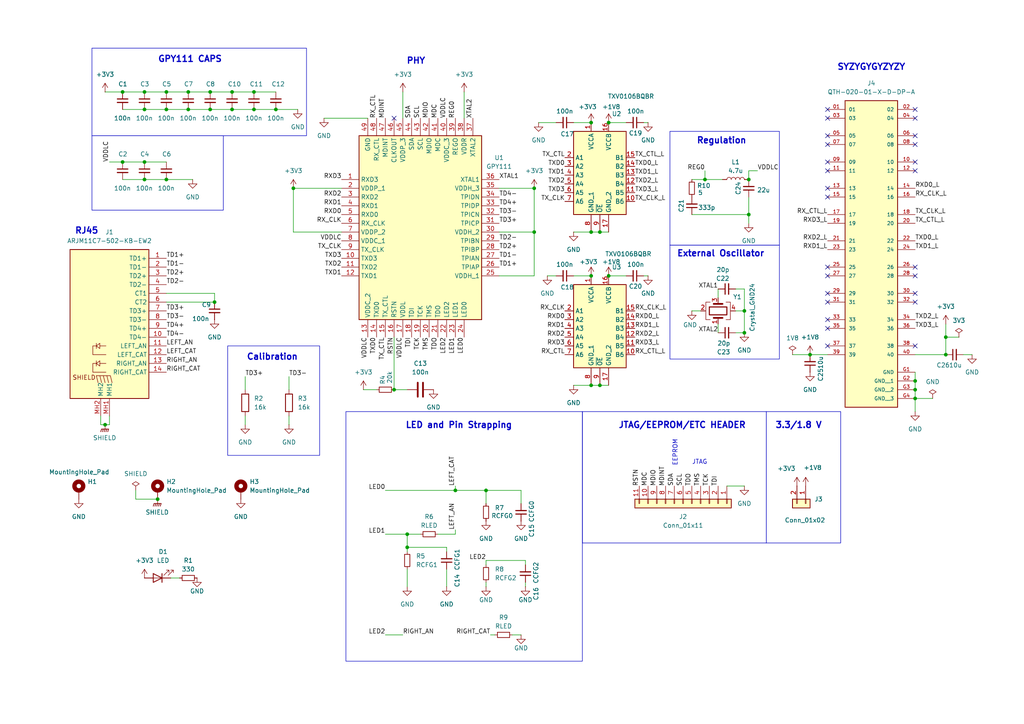
<source format=kicad_sch>
(kicad_sch (version 20231120) (generator "eeschema") (generator_version "8.0")
  (paper "A4")
  (junction (at 265.43 110.49))
  (junction (at 132.08 142.24))
  (junction (at 173.99 111.76))
  (junction (at 215.9 96.52))
  (junction (at 171.45 67.31))
  (junction (at 176.53 80.01))
  (junction (at 140.97 142.24))
  (junction (at 80.01 31.75))
  (junction (at 73.66 31.75))
  (junction (at 45.72 144.78))
  (junction (at 274.32 102.87))
  (junction (at 54.61 26.67))
  (junction (at 54.61 31.75))
  (junction (at 173.99 67.31))
  (junction (at 62.23 87.63))
  (junction (at 217.17 52.07))
  (junction (at 30.48 123.19))
  (junction (at 234.95 102.87))
  (junction (at 171.45 111.76))
  (junction (at 204.47 52.07))
  (junction (at 265.43 113.03))
  (junction (at 60.96 26.67))
  (junction (at 265.43 115.57))
  (junction (at 118.11 158.75))
  (junction (at 67.31 31.75))
  (junction (at 35.56 26.67))
  (junction (at 48.26 26.67))
  (junction (at 274.32 97.79))
  (junction (at 154.94 54.61))
  (junction (at 171.45 35.56))
  (junction (at 41.91 26.67))
  (junction (at 215.9 90.17))
  (junction (at 41.91 46.99))
  (junction (at 48.26 31.75))
  (junction (at 176.53 35.56))
  (junction (at 60.96 31.75))
  (junction (at 41.91 31.75))
  (junction (at 217.17 62.23))
  (junction (at 154.94 67.31))
  (junction (at 85.09 54.61))
  (junction (at 67.31 26.67))
  (junction (at 171.45 80.01))
  (junction (at 73.66 26.67))
  (junction (at 114.3 113.03))
  (junction (at 35.56 46.99))
  (junction (at 48.26 52.07))
  (junction (at 118.11 154.94))
  (junction (at 41.91 52.07))
  (no_connect (at 265.43 77.47))
  (no_connect (at 240.03 49.53))
  (no_connect (at 265.43 100.33))
  (no_connect (at 240.03 87.63))
  (no_connect (at 240.03 80.01))
  (no_connect (at 265.43 85.09))
  (no_connect (at 265.43 49.53))
  (no_connect (at 240.03 41.91))
  (no_connect (at 265.43 80.01))
  (no_connect (at 240.03 95.25))
  (no_connect (at 240.03 39.37))
  (no_connect (at 240.03 34.29))
  (no_connect (at 265.43 39.37))
  (no_connect (at 240.03 46.99))
  (no_connect (at 114.3 34.29))
  (no_connect (at 265.43 31.75))
  (no_connect (at 240.03 57.15))
  (no_connect (at 265.43 34.29))
  (no_connect (at 265.43 46.99))
  (no_connect (at 265.43 41.91))
  (no_connect (at 240.03 92.71))
  (no_connect (at 240.03 85.09))
  (no_connect (at 240.03 77.47))
  (no_connect (at 265.43 87.63))
  (no_connect (at 240.03 31.75))
  (no_connect (at 240.03 100.33))
  (no_connect (at 240.03 54.61))
  (wire (pts (xy 166.37 35.56) (xy 171.45 35.56)))
  (wire (pts (xy 118.11 165.1) (xy 118.11 170.18)))
  (wire (pts (xy 48.26 87.63) (xy 62.23 87.63)))
  (wire (pts (xy 73.66 26.67) (xy 80.01 26.67)))
  (wire (pts (xy 41.91 31.75) (xy 48.26 31.75)))
  (wire (pts (xy 118.11 154.94) (xy 121.92 154.94)))
  (wire (pts (xy 134.62 26.67) (xy 134.62 34.29)))
  (wire (pts (xy 204.47 49.53) (xy 204.47 52.07)))
  (wire (pts (xy 176.53 35.56) (xy 181.61 35.56)))
  (wire (pts (xy 171.45 111.76) (xy 173.99 111.76)))
  (wire (pts (xy 274.32 97.79) (xy 274.32 102.87)))
  (wire (pts (xy 71.12 109.22) (xy 71.12 113.03)))
  (wire (pts (xy 229.87 102.87) (xy 234.95 102.87)))
  (wire (pts (xy 31.75 120.65) (xy 31.75 123.19)))
  (wire (pts (xy 217.17 57.15) (xy 217.17 62.23)))
  (wire (pts (xy 48.26 31.75) (xy 54.61 31.75)))
  (wire (pts (xy 208.28 96.52) (xy 208.28 93.98)))
  (wire (pts (xy 151.13 142.24) (xy 151.13 146.05)))
  (wire (pts (xy 200.66 90.17) (xy 203.2 90.17)))
  (wire (pts (xy 62.23 85.09) (xy 62.23 87.63)))
  (wire (pts (xy 274.32 93.98) (xy 274.32 97.79)))
  (wire (pts (xy 35.56 52.07) (xy 41.91 52.07)))
  (wire (pts (xy 67.31 26.67) (xy 73.66 26.67)))
  (wire (pts (xy 127 154.94) (xy 132.08 154.94)))
  (wire (pts (xy 30.48 26.67) (xy 35.56 26.67)))
  (wire (pts (xy 54.61 26.67) (xy 60.96 26.67)))
  (wire (pts (xy 132.08 142.24) (xy 140.97 142.24)))
  (wire (pts (xy 132.08 154.94) (xy 132.08 153.67)))
  (wire (pts (xy 173.99 111.76) (xy 176.53 111.76)))
  (wire (pts (xy 156.21 35.56) (xy 161.29 35.56)))
  (wire (pts (xy 144.78 54.61) (xy 154.94 54.61)))
  (wire (pts (xy 213.36 96.52) (xy 215.9 96.52)))
  (wire (pts (xy 35.56 31.75) (xy 41.91 31.75)))
  (wire (pts (xy 154.94 80.01) (xy 154.94 67.31)))
  (wire (pts (xy 99.06 67.31) (xy 85.09 67.31)))
  (wire (pts (xy 41.91 46.99) (xy 48.26 46.99)))
  (wire (pts (xy 83.82 120.65) (xy 83.82 123.19)))
  (wire (pts (xy 140.97 162.56) (xy 152.4 162.56)))
  (wire (pts (xy 274.32 97.79) (xy 278.13 97.79)))
  (wire (pts (xy 140.97 162.56) (xy 140.97 163.83)))
  (wire (pts (xy 73.66 31.75) (xy 80.01 31.75)))
  (wire (pts (xy 39.37 144.78) (xy 45.72 144.78)))
  (wire (pts (xy 186.69 80.01) (xy 187.96 80.01)))
  (wire (pts (xy 41.91 26.67) (xy 48.26 26.67)))
  (wire (pts (xy 41.91 52.07) (xy 48.26 52.07)))
  (wire (pts (xy 142.24 184.15) (xy 143.51 184.15)))
  (wire (pts (xy 114.3 113.03) (xy 118.11 113.03)))
  (wire (pts (xy 49.53 167.64) (xy 52.07 167.64)))
  (wire (pts (xy 60.96 31.75) (xy 67.31 31.75)))
  (wire (pts (xy 31.75 46.99) (xy 35.56 46.99)))
  (wire (pts (xy 234.95 102.87) (xy 240.03 102.87)))
  (wire (pts (xy 148.59 184.15) (xy 151.13 184.15)))
  (wire (pts (xy 265.43 102.87) (xy 274.32 102.87)))
  (wire (pts (xy 140.97 168.91) (xy 140.97 170.18)))
  (wire (pts (xy 200.66 52.07) (xy 204.47 52.07)))
  (wire (pts (xy 30.48 123.19) (xy 31.75 123.19)))
  (wire (pts (xy 265.43 113.03) (xy 265.43 115.57)))
  (wire (pts (xy 48.26 85.09) (xy 62.23 85.09)))
  (wire (pts (xy 118.11 158.75) (xy 118.11 160.02)))
  (wire (pts (xy 111.76 142.24) (xy 132.08 142.24)))
  (wire (pts (xy 186.69 35.56) (xy 187.96 35.56)))
  (wire (pts (xy 48.26 52.07) (xy 55.88 52.07)))
  (wire (pts (xy 129.54 158.75) (xy 129.54 160.02)))
  (wire (pts (xy 166.37 80.01) (xy 171.45 80.01)))
  (wire (pts (xy 215.9 90.17) (xy 215.9 96.52)))
  (wire (pts (xy 279.4 102.87) (xy 281.94 102.87)))
  (wire (pts (xy 80.01 31.75) (xy 86.36 31.75)))
  (wire (pts (xy 144.78 80.01) (xy 154.94 80.01)))
  (wire (pts (xy 85.09 67.31) (xy 85.09 54.61)))
  (wire (pts (xy 265.43 115.57) (xy 265.43 119.38)))
  (wire (pts (xy 105.41 113.03) (xy 109.22 113.03)))
  (wire (pts (xy 166.37 111.76) (xy 171.45 111.76)))
  (wire (pts (xy 171.45 67.31) (xy 173.99 67.31)))
  (wire (pts (xy 60.96 26.67) (xy 67.31 26.67)))
  (wire (pts (xy 29.21 120.65) (xy 29.21 123.19)))
  (wire (pts (xy 144.78 67.31) (xy 154.94 67.31)))
  (wire (pts (xy 217.17 62.23) (xy 217.17 64.77)))
  (wire (pts (xy 213.36 90.17) (xy 215.9 90.17)))
  (wire (pts (xy 152.4 168.91) (xy 152.4 170.18)))
  (wire (pts (xy 132.08 142.24) (xy 132.08 140.97)))
  (wire (pts (xy 204.47 52.07) (xy 209.55 52.07)))
  (wire (pts (xy 215.9 83.82) (xy 215.9 90.17)))
  (wire (pts (xy 114.3 97.79) (xy 114.3 113.03)))
  (wire (pts (xy 129.54 165.1) (xy 129.54 170.18)))
  (wire (pts (xy 140.97 142.24) (xy 140.97 146.05)))
  (wire (pts (xy 67.31 31.75) (xy 73.66 31.75)))
  (wire (pts (xy 118.11 158.75) (xy 129.54 158.75)))
  (wire (pts (xy 200.66 62.23) (xy 217.17 62.23)))
  (wire (pts (xy 213.36 83.82) (xy 215.9 83.82)))
  (wire (pts (xy 217.17 49.53) (xy 217.17 52.07)))
  (wire (pts (xy 265.43 107.95) (xy 265.43 110.49)))
  (wire (pts (xy 48.26 26.67) (xy 54.61 26.67)))
  (wire (pts (xy 83.82 109.22) (xy 83.82 113.03)))
  (wire (pts (xy 152.4 162.56) (xy 152.4 163.83)))
  (wire (pts (xy 111.76 154.94) (xy 118.11 154.94)))
  (wire (pts (xy 154.94 67.31) (xy 154.94 54.61)))
  (wire (pts (xy 176.53 80.01) (xy 181.61 80.01)))
  (wire (pts (xy 265.43 110.49) (xy 265.43 113.03)))
  (wire (pts (xy 54.61 31.75) (xy 60.96 31.75)))
  (wire (pts (xy 158.75 80.01) (xy 161.29 80.01)))
  (wire (pts (xy 265.43 115.57) (xy 270.51 115.57)))
  (wire (pts (xy 39.37 142.24) (xy 39.37 144.78)))
  (wire (pts (xy 85.09 54.61) (xy 99.06 54.61)))
  (wire (pts (xy 29.21 123.19) (xy 30.48 123.19)))
  (wire (pts (xy 93.98 34.29) (xy 106.68 34.29)))
  (wire (pts (xy 208.28 86.36) (xy 208.28 83.82)))
  (wire (pts (xy 35.56 46.99) (xy 41.91 46.99)))
  (wire (pts (xy 35.56 26.67) (xy 41.91 26.67)))
  (wire (pts (xy 219.71 49.53) (xy 217.17 49.53)))
  (wire (pts (xy 173.99 67.31) (xy 176.53 67.31)))
  (wire (pts (xy 71.12 120.65) (xy 71.12 123.19)))
  (wire (pts (xy 116.84 34.29) (xy 116.84 26.67)))
  (wire (pts (xy 118.11 154.94) (xy 118.11 158.75)))
  (wire (pts (xy 111.76 184.15) (xy 116.84 184.15)))
  (wire (pts (xy 166.37 67.31) (xy 171.45 67.31)))
  (wire (pts (xy 210.82 140.97) (xy 215.9 140.97)))
  (wire (pts (xy 140.97 142.24) (xy 151.13 142.24)))
  (rectangle (start 168.91 119.38) (end 222.25 157.48))
  (rectangle (start 26.67 39.37) (end 64.77 60.96))
  (rectangle (start 194.31 38.1) (end 226.06 71.12))
  (rectangle (start 100.33 119.38) (end 168.91 191.77))
  (rectangle (start 222.25 119.38) (end 243.84 157.48))
  (rectangle (start 194.31 71.12) (end 226.06 104.14))
  (rectangle (start 66.04 100.33) (end 92.71 132.08))
  (rectangle (start 26.67 13.97) (end 88.9 39.37))
  (text "JTAG/EEPROM/ETC HEADER" (at 197.866 123.444 0) (effects (font (size 1.778 1.778) (thickness 0.3556) (bold yes))))
  (text "PHY" (at 120.65 17.78 0) (effects (font (size 1.778 1.778) (thickness 0.3556) (bold yes))))
  (text "GPY111 CAPS" (at 55.118 17.272 0) (effects (font (size 1.778 1.778) (thickness 0.3556) (bold yes))))
  (text "LED and Pin Strapping\n" (at 133.096 123.444 0) (effects (font (size 1.778 1.778) (thickness 0.3556) (bold yes))))
  (text "RJ45" (at 25.146 67.056 0) (effects (font (size 1.778 1.778) (thickness 0.3556) (bold yes))))
  (text "EEPROM\n" (at 195.834 131.318 90) (effects (font (size 1.27 1.27))))
  (text "Regulation" (at 209.296 40.894 0) (effects (font (size 1.778 1.778) (thickness 0.3556) (bold yes))))
  (text "Calibration" (at 78.994 103.632 0) (effects (font (size 1.778 1.778) (thickness 0.3556) (bold yes))))
  (text "SYZYGYGYZYZY" (at 252.73 19.558 0) (effects (font (size 1.778 1.778) (thickness 0.3556) (bold yes))))
  (text "3.3/1.8 V" (at 231.648 123.444 0) (effects (font (size 1.778 1.778) (thickness 0.3556) (bold yes))))
  (text "JTAG" (at 202.946 134.112 0) (effects (font (size 1.27 1.27))))
  (text "External Oscillator" (at 209.042 73.66 0) (effects (font (size 1.778 1.778) (thickness 0.3556) (bold yes))))
  (label "TXD1" (at 99.06 80.01 180))
  (label "TCK" (at 205.74 140.97 90))
  (label "LEFT_AN" (at 48.26 100.33 0))
  (label "TDO" (at 127 97.79 270))
  (label "RXD3_L" (at 184.15 100.33 0))
  (label "SCL" (at 121.92 34.29 90))
  (label "RX_CLK" (at 163.83 90.17 180))
  (label "VDDLC" (at 129.54 34.29 90))
  (label "TD3+" (at 48.26 90.17 0))
  (label "TX_CLK_L" (at 184.15 58.42 0))
  (label "RX_CLK" (at 99.06 64.77 180))
  (label "XTAL1" (at 144.78 52.07 0))
  (label "TXD2" (at 99.06 77.47 180))
  (label "TXD1_L" (at 265.43 72.39 0))
  (label "VDDLC" (at 99.06 69.85 180))
  (label "TX_CLK" (at 163.83 58.42 180))
  (label "RIGHT_CAT" (at 48.26 107.95 0))
  (label "LED2" (at 140.97 162.56 180))
  (label "RIGHT_AN" (at 116.84 184.15 0))
  (label "TD4-" (at 48.26 97.79 0))
  (label "XTAL2" (at 137.16 34.29 90))
  (label "TD2-" (at 144.78 69.85 0))
  (label "RSTN" (at 185.42 140.97 90))
  (label "TXD0" (at 109.22 97.79 270))
  (label "RXD3" (at 99.06 52.07 180))
  (label "TXD2_L" (at 184.15 53.34 0))
  (label "LED1" (at 132.08 97.79 270))
  (label "TD1+" (at 144.78 77.47 0))
  (label "TD4+" (at 144.78 59.69 0))
  (label "MDC" (at 127 34.29 90))
  (label "SCL" (at 198.12 140.97 90))
  (label "TD1-" (at 144.78 74.93 0))
  (label "RSTN" (at 114.3 97.79 270))
  (label "VDDLC" (at 106.68 97.79 270))
  (label "RXD0" (at 99.06 62.23 180))
  (label "RXD0_L" (at 265.43 54.61 0))
  (label "XTAL1" (at 208.28 83.82 180))
  (label "LEFT_CAT" (at 132.08 140.97 90))
  (label "LED0" (at 111.76 142.24 180))
  (label "TX_CTL_L" (at 184.15 45.72 0))
  (label "RXD1" (at 163.83 95.25 180))
  (label "TX_CLK_L" (at 265.43 62.23 0))
  (label "LED2" (at 111.76 184.15 180))
  (label "MDIO" (at 124.46 34.29 90))
  (label "XTAL2" (at 208.28 96.52 180))
  (label "TXD1_L" (at 184.15 50.8 0))
  (label "SDA" (at 119.38 34.29 90))
  (label "RXD2" (at 163.83 97.79 180))
  (label "RXD2_L" (at 240.03 69.85 180))
  (label "TXD1" (at 163.83 50.8 180))
  (label "LEFT_CAT" (at 48.26 102.87 0))
  (label "RX_CTL_L" (at 184.15 102.87 0))
  (label "TCK" (at 121.92 97.79 270))
  (label "TX_CTL_L" (at 265.43 64.77 0))
  (label "TD2+" (at 144.78 72.39 0))
  (label "TX_CTL" (at 163.83 45.72 180))
  (label "TXD0_L" (at 184.15 48.26 0))
  (label "REG0" (at 132.08 34.29 90))
  (label "TXD3" (at 99.06 74.93 180))
  (label "MDINT" (at 111.76 34.29 90))
  (label "MDIO" (at 190.5 140.97 90))
  (label "TD3-" (at 48.26 92.71 0))
  (label "TD3-" (at 144.78 62.23 0))
  (label "RXD1" (at 99.06 59.69 180))
  (label "TD1-" (at 48.26 77.47 0))
  (label "TX_CTL" (at 111.76 97.79 270))
  (label "TMS" (at 124.46 97.79 270))
  (label "MDC" (at 187.96 140.97 90))
  (label "TDI" (at 119.38 97.79 270))
  (label "MDINT" (at 193.04 140.97 90))
  (label "RXD2_L" (at 184.15 97.79 0))
  (label "TD1+" (at 48.26 74.93 0))
  (label "RXD0" (at 163.83 92.71 180))
  (label "TDI" (at 208.28 140.97 90))
  (label "TXD2_L" (at 265.43 92.71 0))
  (label "SDA" (at 195.58 140.97 90))
  (label "TXD0_L" (at 265.43 69.85 0))
  (label "RXD0_L" (at 184.15 92.71 0))
  (label "RXD3" (at 163.83 100.33 180))
  (label "LED1" (at 111.76 154.94 180))
  (label "RX_CTL_L" (at 240.03 62.23 180))
  (label "LEFT_AN" (at 132.08 153.67 90))
  (label "TD4-" (at 144.78 57.15 0))
  (label "RXD3_L" (at 240.03 64.77 180))
  (label "REG0" (at 204.47 49.53 180))
  (label "TXD3_L" (at 265.43 95.25 0))
  (label "TXD0" (at 163.83 48.26 180))
  (label "TD2-" (at 48.26 82.55 0))
  (label "TXD3" (at 163.83 55.88 180))
  (label "TD2+" (at 48.26 80.01 0))
  (label "TD3+" (at 71.12 109.22 0))
  (label "TD3-" (at 83.82 109.22 0))
  (label "TMS" (at 203.2 140.97 90))
  (label "RX_CTL" (at 109.22 34.29 90))
  (label "RXD2" (at 99.06 57.15 180))
  (label "TX_CLK" (at 99.06 72.39 180))
  (label "VDDLC" (at 116.84 97.79 270))
  (label "TD3+" (at 144.78 64.77 0))
  (label "RXD1_L" (at 240.03 72.39 180))
  (label "RX_CLK_L" (at 184.15 90.17 0))
  (label "TXD2" (at 163.83 53.34 180))
  (label "VDDLC" (at 31.75 46.99 90))
  (label "LED2" (at 129.54 97.79 270))
  (label "TD4+" (at 48.26 95.25 0))
  (label "TXD3_L" (at 184.15 55.88 0))
  (label "VDDLC" (at 219.71 49.53 0))
  (label "TDO" (at 200.66 140.97 90))
  (label "RXD1_L" (at 184.15 95.25 0))
  (label "RX_CLK_L" (at 265.43 57.15 0))
  (label "RX_CTL" (at 163.83 102.87 180))
  (label "RIGHT_CAT" (at 142.24 184.15 180))
  (label "RIGHT_AN" (at 48.26 105.41 0))
  (label "LED0" (at 134.62 97.79 270))
  (symbol (lib_id "TXV0106BQBR:TXV0106BQBR") (at 161.29 90.17 0) (unit 1)
    (property "Reference" "U3" (at 177.4541 77.47 0) (effects (justify left)))
    (property "Value" "TXV0106BQBR" (at 175.514 73.66 0) (effects (justify left)))
    (property "Footprint" "TXV0106BQBR" (effects (hide yes)))
    (property "Datasheet" "https://www.ti.com/lit/ds/symlink/txv0106.pdf?ts=1710334541958&ref_url=https%253A%252F%252Fwww.ti.com%252Fproduct%252FTXV0106%253FkeyMatch%253DTXV" (effects (hide yes)))
    (property "Description" "Voltage Level Translator Unidirectional 1 Circuit 6 Channel 500Mbps 16-WQFN (2.5x3.5)" (effects (hide yes)))
    (property "Height" "0.8" (effects (hide yes)))
    (property "Mouser Part Number" "595-TXV0106BQBR" (effects (hide yes)))
    (property "Mouser Price/Stock" "https://www.mouser.co.uk/ProductDetail/Texas-Instruments/TXV0106BQBR?qs=mELouGlnn3c1YOKCKwursg%3D%3D" (effects (hide yes)))
    (property "Manufacturer_Name" "Texas Instruments" (effects (hide yes)))
    (property "Manufacturer_Part_Number" "TXV0106BQBR" (effects (hide yes)))
  )
  (symbol (lib_name "TXV0106BQBR_1") (lib_id "TXV0106BQBR:TXV0106BQBR") (at 161.29 45.72 0) (unit 1)
    (property "Reference" "U2" (at 177.4541 33.02 0) (effects (justify left)))
    (property "Value" "TXV0106BQBR" (at 176.276 27.94 0) (effects (justify left)))
    (property "Footprint" "TXV0106BQBR" (effects (hide yes)))
    (property "Datasheet" "https://www.ti.com/lit/ds/symlink/txv0106.pdf?ts=1710334541958&ref_url=https%253A%252F%252Fwww.ti.com%252Fproduct%252FTXV0106%253FkeyMatch%253DTXV" (effects (hide yes)))
    (property "Description" "Voltage Level Translator Unidirectional 1 Circuit 6 Channel 500Mbps 16-WQFN (2.5x3.5)" (effects (hide yes)))
    (property "Height" "0.8" (effects (hide yes)))
    (property "Mouser Part Number" "595-TXV0106BQBR" (effects (hide yes)))
    (property "Mouser Price/Stock" "https://www.mouser.co.uk/ProductDetail/Texas-Instruments/TXV0106BQBR?qs=mELouGlnn3c1YOKCKwursg%3D%3D" (effects (hide yes)))
    (property "Manufacturer_Name" "Texas Instruments" (effects (hide yes)))
    (property "Manufacturer_Part_Number" "TXV0106BQBR" (effects (hide yes)))
  )
  (symbol (lib_id "Device:R_Small") (at 111.76 113.03 90) (unit 1)
    (property "Reference" "R4" (at 110.998 111.506 0) (effects (justify left)))
    (property "Value" "20k" (at 113.03 111.252 0) (effects (justify left)))
    (property "Footprint" "Resistor_SMD:R_0805_2012Metric_Pad1.20x1.40mm_HandSolder" (effects (hide yes)))
    (property "Description" "Resistor, small symbol" (effects (hide yes)))
  )
  (symbol (lib_id "power:GND") (at 187.96 80.01 0) (unit 1)
    (property "Reference" "#PWR036" (effects (hide yes)))
    (property "Value" "GND" (at 187.96 85.09 0))
    (property "Description" "Power symbol creates a global label with name \"GND\" , ground" (effects (hide yes)))
  )
  (symbol (lib_id "Device:C_Small") (at 210.82 96.52 90) (unit 1)
    (property "Reference" "C23" (at 211.836 102.108 90) (effects (justify left)))
    (property "Value" "20p" (at 211.836 99.568 90) (effects (justify left)))
    (property "Footprint" "Capacitor_SMD:C_0805_2012Metric_Pad1.18x1.45mm_HandSolder" (effects (hide yes)))
    (property "Description" "Unpolarized capacitor, small symbol" (effects (hide yes)))
  )
  (symbol (lib_id "power:PWR_FLAG") (at 270.51 115.57 0) (unit 1)
    (property "Reference" "#FLG03" (effects (hide yes)))
    (property "Value" "GND" (at 270.51 110.744 0))
    (property "Description" "Special symbol for telling ERC where power comes from" (effects (hide yes)))
  )
  (symbol (lib_id "Mechanical:MountingHole_Pad") (at 69.85 142.24 0) (unit 1) (exclude_from_sim yes) (in_bom no)
    (property "Reference" "H3" (at 72.39 139.6999 0) (effects (justify left)))
    (property "Value" "MountingHole_Pad" (at 72.39 142.2399 0) (effects (justify left)))
    (property "Footprint" "MountingHole:MountingHole_2.7mm_M2.5_Pad" (effects (hide yes)))
    (property "Description" "Mounting Hole with connection" (effects (hide yes)))
  )
  (symbol (lib_id "power:GND") (at 86.36 31.75 0) (unit 1)
    (property "Reference" "#PWR013" (effects (hide yes)))
    (property "Value" "GND" (at 86.36 36.83 0))
    (property "Description" "Power symbol creates a global label with name \"GND\" , ground" (effects (hide yes)))
  )
  (symbol (lib_id "power:GND") (at 125.73 113.03 0) (unit 1)
    (property "Reference" "#PWR018" (effects (hide yes)))
    (property "Value" "GND" (at 125.73 118.11 0))
    (property "Description" "Power symbol creates a global label with name \"GND\" , ground" (effects (hide yes)))
  )
  (symbol (lib_id "power:+3V3") (at 116.84 26.67 0) (unit 1)
    (property "Reference" "#PWR016" (effects (hide yes)))
    (property "Value" "+3V3" (at 116.84 21.59 0))
    (property "Description" "Power symbol creates a global label with name \"+3V3\"" (effects (hide yes)))
  )
  (symbol (lib_id "Device:C_Small") (at 200.66 59.69 180) (unit 1)
    (property "Reference" "C21" (at 197.612 59.69 90))
    (property "Value" "333p" (at 204.978 60.198 0))
    (property "Footprint" "Capacitor_SMD:C_0805_2012Metric_Pad1.18x1.45mm_HandSolder" (effects (hide yes)))
    (property "Description" "Unpolarized capacitor, small symbol" (effects (hide yes)))
  )
  (symbol (lib_id "power:GND") (at 140.97 151.13 0) (unit 1)
    (property "Reference" "#PWR021" (effects (hide yes)))
    (property "Value" "GND" (at 140.97 156.21 0))
    (property "Description" "Power symbol creates a global label with name \"GND\" , ground" (effects (hide yes)))
  )
  (symbol (lib_id "Device:C_Small") (at 48.26 49.53 0) (unit 1)
    (property "Reference" "C6" (at 46.99 44.704 0) (effects (justify left)))
    (property "Value" "100n" (at 45.72 54.61 0) (effects (justify left)))
    (property "Footprint" "Capacitor_SMD:C_0805_2012Metric_Pad1.18x1.45mm_HandSolder" (effects (hide yes)))
    (property "Description" "Unpolarized capacitor, small symbol" (effects (hide yes)))
  )
  (symbol (lib_id "Device:C_Small") (at 41.91 49.53 0) (unit 1)
    (property "Reference" "C4" (at 40.64 44.704 0) (effects (justify left)))
    (property "Value" "100n" (at 39.37 54.61 0) (effects (justify left)))
    (property "Footprint" "Capacitor_SMD:C_0805_2012Metric_Pad1.18x1.45mm_HandSolder" (effects (hide yes)))
    (property "Description" "Unpolarized capacitor, small symbol" (effects (hide yes)))
  )
  (symbol (lib_id "Device:R") (at 71.12 116.84 0) (unit 1)
    (property "Reference" "R2" (at 73.66 115.5699 0) (effects (justify left)))
    (property "Value" "16k" (at 73.66 118.1099 0) (effects (justify left)))
    (property "Footprint" "Resistor_SMD:R_0805_2012Metric_Pad1.20x1.40mm_HandSolder" (effects (hide yes)))
    (property "Description" "Resistor" (effects (hide yes)))
  )
  (symbol (lib_id "power:GND") (at 22.86 144.78 0) (unit 1)
    (property "Reference" "#PWR01" (effects (hide yes)))
    (property "Value" "GND" (at 22.86 149.86 0))
    (property "Description" "Power symbol creates a global label with name \"GND\" , ground" (effects (hide yes)))
  )
  (symbol (lib_id "Device:C_Small") (at 234.95 105.41 180) (unit 1)
    (property "Reference" "C25" (at 237.998 108.712 90))
    (property "Value" "10u" (at 237.998 105.156 90))
    (property "Footprint" "Capacitor_SMD:C_0805_2012Metric_Pad1.18x1.45mm_HandSolder" (effects (hide yes)))
    (property "Description" "Unpolarized capacitor, small symbol" (effects (hide yes)))
  )
  (symbol (lib_id "Device:C_Small") (at 48.26 29.21 0) (unit 1)
    (property "Reference" "C5" (at 46.99 24.384 0) (effects (justify left)))
    (property "Value" "100n" (at 45.72 34.29 0) (effects (justify left)))
    (property "Footprint" "Capacitor_SMD:C_0805_2012Metric_Pad1.18x1.45mm_HandSolder" (effects (hide yes)))
    (property "Description" "Unpolarized capacitor, small symbol" (effects (hide yes)))
  )
  (symbol (lib_id "power:GND") (at 215.9 140.97 0) (unit 1)
    (property "Reference" "#PWR039" (effects (hide yes)))
    (property "Value" "GND" (at 215.9 146.05 0))
    (property "Description" "Power symbol creates a global label with name \"GND\" , ground" (effects (hide yes)))
  )
  (symbol (lib_id "power:+3V3") (at 105.41 113.03 0) (unit 1)
    (property "Reference" "#PWR015" (effects (hide yes)))
    (property "Value" "+3V3" (at 105.41 107.95 0))
    (property "Description" "Power symbol creates a global label with name \"+3V3\"" (effects (hide yes)))
  )
  (symbol (lib_id "power:GNDPWR") (at 45.72 144.78 0) (unit 1)
    (property "Reference" "#PWR05" (effects (hide yes)))
    (property "Value" "SHIELD" (at 45.593 148.59 0))
    (property "Description" "Power symbol creates a global label with name \"GNDPWR\" , global ground" (effects (hide yes)))
  )
  (symbol (lib_id "power:GND") (at 151.13 184.15 0) (unit 1)
    (property "Reference" "#PWR024" (effects (hide yes)))
    (property "Value" "GND" (at 151.13 187.96 0))
    (property "Description" "Power symbol creates a global label with name \"GND\" , ground" (effects (hide yes)))
  )
  (symbol (lib_id "power:GND") (at 93.98 34.29 0) (unit 1)
    (property "Reference" "#PWR014" (effects (hide yes)))
    (property "Value" "GND" (at 93.98 39.37 0))
    (property "Description" "Power symbol creates a global label with name \"GND\" , ground" (effects (hide yes)))
  )
  (symbol (lib_id "Device:C_Small") (at 35.56 49.53 0) (unit 1)
    (property "Reference" "C2" (at 34.29 44.704 0) (effects (justify left)))
    (property "Value" "100n" (at 33.02 54.61 0) (effects (justify left)))
    (property "Footprint" "Capacitor_SMD:C_0805_2012Metric_Pad1.18x1.45mm_HandSolder" (effects (hide yes)))
    (property "Description" "Unpolarized capacitor, small symbol" (effects (hide yes)))
  )
  (symbol (lib_id "Device:R_Small") (at 200.66 54.61 0) (unit 1)
    (property "Reference" "R10" (at 202.184 53.848 0) (effects (justify left)))
    (property "Value" "5" (at 202.438 55.88 0) (effects (justify left)))
    (property "Footprint" "Resistor_SMD:R_0805_2012Metric_Pad1.20x1.40mm_HandSolder" (effects (hide yes)))
    (property "Description" "Resistor, small symbol" (effects (hide yes)))
  )
  (symbol (lib_id "Device:C_Small") (at 184.15 35.56 270) (unit 1)
    (property "Reference" "C19" (at 182.372 38.608 90) (effects (justify left)))
    (property "Value" "100n" (at 181.864 32.258 90) (effects (justify left)))
    (property "Footprint" "Capacitor_SMD:C_0805_2012Metric_Pad1.18x1.45mm_HandSolder" (effects (hide yes)))
    (property "Description" "Unpolarized capacitor, small symbol" (effects (hide yes)))
  )
  (symbol (lib_id "power:+3V3") (at 85.09 54.61 0) (unit 1)
    (property "Reference" "#PWR012" (effects (hide yes)))
    (property "Value" "+3V3" (at 85.09 49.53 0))
    (property "Description" "Power symbol creates a global label with name \"+3V3\"" (effects (hide yes)))
  )
  (symbol (lib_id "power:+3V3") (at 171.45 35.56 0) (unit 1)
    (property "Reference" "#PWR031" (effects (hide yes)))
    (property "Value" "+3V3" (at 170.434 30.988 0))
    (property "Description" "Power symbol creates a global label with name \"+3V3\"" (effects (hide yes)))
  )
  (symbol (lib_id "power:GND") (at 215.9 96.52 0) (unit 1)
    (property "Reference" "#PWR038" (effects (hide yes)))
    (property "Value" "GND" (at 215.9 101.6 0))
    (property "Description" "Power symbol creates a global label with name \"GND\" , ground" (effects (hide yes)))
  )
  (symbol (lib_id "Device:R_Small") (at 140.97 166.37 180) (unit 1)
    (property "Reference" "R8" (at 143.51 165.0999 0) (effects (justify right)))
    (property "Value" "RCFG2" (at 143.51 167.6399 0) (effects (justify right)))
    (property "Footprint" "Resistor_SMD:R_0805_2012Metric_Pad1.20x1.40mm_HandSolder" (effects (hide yes)))
    (property "Description" "Resistor, small symbol" (effects (hide yes)))
  )
  (symbol (lib_id "Device:R_Small") (at 124.46 154.94 90) (unit 1)
    (property "Reference" "R6" (at 124.46 149.86 90))
    (property "Value" "RLED" (at 124.46 152.4 90))
    (property "Footprint" "Resistor_SMD:R_0805_2012Metric_Pad1.20x1.40mm_HandSolder" (effects (hide yes)))
    (property "Description" "Resistor, small symbol" (effects (hide yes)))
  )
  (symbol (lib_id "power:PWR_FLAG") (at 278.13 97.79 0) (unit 1)
    (property "Reference" "#FLG04" (effects (hide yes)))
    (property "Value" "3V3" (at 278.13 92.964 0))
    (property "Description" "Special symbol for telling ERC where power comes from" (effects (hide yes)))
  )
  (symbol (lib_id "power:GND") (at 55.88 52.07 0) (unit 1)
    (property "Reference" "#PWR06" (effects (hide yes)))
    (property "Value" "GND" (at 55.88 57.15 0))
    (property "Description" "Power symbol creates a global label with name \"GND\" , ground" (effects (hide yes)))
  )
  (symbol (lib_id "Device:C_Small") (at 210.82 83.82 90) (unit 1)
    (property "Reference" "C22" (at 211.582 80.772 90) (effects (justify left)))
    (property "Value" "20p" (at 211.582 78.232 90) (effects (justify left)))
    (property "Footprint" "Capacitor_SMD:C_0805_2012Metric_Pad1.18x1.45mm_HandSolder" (effects (hide yes)))
    (property "Description" "Unpolarized capacitor, small symbol" (effects (hide yes)))
  )
  (symbol (lib_id "Device:C_Small") (at 163.83 35.56 270) (unit 1)
    (property "Reference" "C17" (at 162.56 38.862 90) (effects (justify left)))
    (property "Value" "100n" (at 161.29 32.258 90) (effects (justify left)))
    (property "Footprint" "Capacitor_SMD:C_0805_2012Metric_Pad1.18x1.45mm_HandSolder" (effects (hide yes)))
    (property "Description" "Unpolarized capacitor, small symbol" (effects (hide yes)))
  )
  (symbol (lib_id "power:GND") (at 71.12 123.19 0) (unit 1)
    (property "Reference" "#PWR010" (effects (hide yes)))
    (property "Value" "GND" (at 71.12 128.27 0))
    (property "Description" "Power symbol creates a global label with name \"GND\" , ground" (effects (hide yes)))
  )
  (symbol (lib_id "QTH-020-01-X-D-DP-A:QTH-020-01-X-D-DP-A") (at 252.73 69.85 0) (unit 1)
    (property "Reference" "J4" (at 252.73 24.13 0))
    (property "Value" "QTH-020-01-X-D-DP-A" (at 252.73 26.67 0))
    (property "Footprint" "local:SAMTEC_QTH-020-01-X-D-DP-A" (effects (hide yes)))
    (property "PARTREV" "L" (effects (hide yes)))
    (property "STANDARD" "Manufacturer Recommendations" (effects (hide yes)))
    (property "MAXIMUM_PACKAGE_HEIGHT" "4.347mm" (effects (hide yes)))
    (property "MANUFACTURER" "Samtec" (effects (hide yes)))
  )
  (symbol (lib_id "power:+1V8") (at 234.95 102.87 0) (unit 1)
    (property "Reference" "#PWR043" (effects (hide yes)))
    (property "Value" "+1V8" (at 234.95 97.79 0))
    (property "Description" "Power symbol creates a global label with name \"+1V8\"" (effects (hide yes)))
  )
  (symbol (lib_id "Device:R") (at 83.82 116.84 0) (unit 1)
    (property "Reference" "R3" (at 86.36 115.5699 0) (effects (justify left)))
    (property "Value" "16k" (at 86.36 118.1099 0) (effects (justify left)))
    (property "Footprint" "Resistor_SMD:R_0805_2012Metric_Pad1.20x1.40mm_HandSolder" (effects (hide yes)))
    (property "Description" "Resistor" (effects (hide yes)))
  )
  (symbol (lib_id "power:GND") (at 166.37 111.76 0) (unit 1)
    (property "Reference" "#PWR030" (effects (hide yes)))
    (property "Value" "GND" (at 166.37 116.84 0))
    (property "Description" "Power symbol creates a global label with name \"GND\" , ground" (effects (hide yes)))
  )
  (symbol (lib_id "Device:C_Small") (at 151.13 148.59 180) (unit 1)
    (property "Reference" "C15" (at 154.178 153.924 90))
    (property "Value" "CCFG0" (at 154.178 148.336 90))
    (property "Footprint" "Capacitor_SMD:C_0805_2012Metric_Pad1.18x1.45mm_HandSolder" (effects (hide yes)))
    (property "Description" "Unpolarized capacitor, small symbol" (effects (hide yes)))
  )
  (symbol (lib_id "Device:C_Small") (at 67.31 29.21 0) (unit 1)
    (property "Reference" "C10" (at 66.04 24.384 0) (effects (justify left)))
    (property "Value" "100n" (at 64.77 34.29 0) (effects (justify left)))
    (property "Footprint" "Capacitor_SMD:C_0805_2012Metric_Pad1.18x1.45mm_HandSolder" (effects (hide yes)))
    (property "Description" "Unpolarized capacitor, small symbol" (effects (hide yes)))
  )
  (symbol (lib_id "Device:C_Small") (at 41.91 29.21 0) (unit 1)
    (property "Reference" "C3" (at 40.64 24.384 0) (effects (justify left)))
    (property "Value" "100n" (at 39.37 34.29 0) (effects (justify left)))
    (property "Footprint" "Capacitor_SMD:C_0805_2012Metric_Pad1.18x1.45mm_HandSolder" (effects (hide yes)))
    (property "Description" "Unpolarized capacitor, small symbol" (effects (hide yes)))
  )
  (symbol (lib_id "Mechanical:MountingHole_Pad") (at 22.86 142.24 0) (unit 1) (exclude_from_sim yes) (in_bom no)
    (property "Reference" "H1" (at 25.4 139.6999 0) (effects (justify left)))
    (property "Value" "MountingHole_Pad" (at 14.224 136.906 0) (effects (justify left)))
    (property "Footprint" "MountingHole:MountingHole_2.7mm_M2.5_Pad" (effects (hide yes)))
    (property "Description" "Mounting Hole with connection" (effects (hide yes)))
  )
  (symbol (lib_id "Device:C_Small") (at 54.61 29.21 0) (unit 1)
    (property "Reference" "C7" (at 53.34 24.384 0) (effects (justify left)))
    (property "Value" "100n" (at 52.07 34.29 0) (effects (justify left)))
    (property "Footprint" "Capacitor_SMD:C_0805_2012Metric_Pad1.18x1.45mm_HandSolder" (effects (hide yes)))
    (property "Description" "Unpolarized capacitor, small symbol" (effects (hide yes)))
  )
  (symbol (lib_id "Device:L") (at 213.36 52.07 90) (unit 1)
    (property "Reference" "L1" (at 213.36 46.99 90))
    (property "Value" "4.7u" (at 213.36 49.53 90))
    (property "Footprint" "local:Inductor 0806 (2016 metric)" (effects (hide yes)))
    (property "Datasheet" "https://www.mouser.com/datasheet/2/396/wound10_e-1396630.pdf" (effects (hide yes)))
    (property "Description" "Inductor" (effects (hide yes)))
    (property "Part" "MAKK2016T4R7M" (effects (hide yes)))
  )
  (symbol (lib_id "Device:LED") (at 45.72 167.64 180) (unit 1)
    (property "Reference" "D1" (at 47.3075 160.02 0))
    (property "Value" "LED" (at 47.3075 162.56 0))
    (property "Footprint" "LED_SMD:LED_0805_2012Metric" (effects (hide yes)))
    (property "Description" "Light emitting diode" (effects (hide yes)))
  )
  (symbol (lib_id "Device:C_Small") (at 62.23 90.17 0) (mirror y) (unit 1)
    (property "Reference" "C9" (at 61.214 88.392 0) (effects (justify left)))
    (property "Value" "100n" (at 60.706 92.456 0) (effects (justify left)))
    (property "Footprint" "Capacitor_SMD:C_0805_2012Metric_Pad1.18x1.45mm_HandSolder" (effects (hide yes)))
    (property "Description" "Unpolarized capacitor, small symbol" (effects (hide yes)))
  )
  (symbol (lib_id "power:+1V8") (at 176.53 35.56 0) (unit 1)
    (property "Reference" "#PWR033" (effects (hide yes)))
    (property "Value" "+1V8" (at 177.292 30.988 0))
    (property "Description" "Power symbol creates a global label with name \"+1V8\"" (effects (hide yes)))
  )
  (symbol (lib_id "power:+1V8") (at 233.68 140.97 0) (unit 1)
    (property "Reference" "#PWR042" (effects (hide yes)))
    (property "Value" "+1V8" (at 235.712 135.636 0))
    (property "Description" "Power symbol creates a global label with name \"+1V8\"" (effects (hide yes)))
  )
  (symbol (lib_id "power:+3V3") (at 274.32 93.98 0) (unit 1)
    (property "Reference" "#PWR046" (effects (hide yes)))
    (property "Value" "+3V3" (at 274.32 88.9 0))
    (property "Description" "Power symbol creates a global label with name \"+3V3\"" (effects (hide yes)))
  )
  (symbol (lib_id "power:GND") (at 156.21 35.56 0) (unit 1)
    (property "Reference" "#PWR027" (effects (hide yes)))
    (property "Value" "GND" (at 156.21 40.64 0))
    (property "Description" "Power symbol creates a global label with name \"GND\" , ground" (effects (hide yes)))
  )
  (symbol (lib_id "power:PWR_FLAG") (at 229.87 102.87 0) (unit 1)
    (property "Reference" "#FLG02" (effects (hide yes)))
    (property "Value" "1V8" (at 229.87 98.044 0))
    (property "Description" "Special symbol for telling ERC where power comes from" (effects (hide yes)))
  )
  (symbol (lib_id "Device:C_Small") (at 73.66 29.21 0) (unit 1)
    (property "Reference" "C11" (at 72.39 24.384 0) (effects (justify left)))
    (property "Value" "100n" (at 71.12 34.29 0) (effects (justify left)))
    (property "Footprint" "Capacitor_SMD:C_0805_2012Metric_Pad1.18x1.45mm_HandSolder" (effects (hide yes)))
    (property "Description" "Unpolarized capacitor, small symbol" (effects (hide yes)))
  )
  (symbol (lib_id "Connector_Generic:Conn_01x11") (at 198.12 146.05 270) (unit 1)
    (property "Reference" "J2" (at 198.12 149.86 90))
    (property "Value" "Conn_01x11" (at 198.12 152.4 90))
    (property "Footprint" "Connector_PinSocket_2.54mm:PinSocket_1x11_P2.54mm_Vertical" (effects (hide yes)))
    (property "Description" "Generic connector, single row, 01x11, script generated (kicad-library-utils/schlib/autogen/connector/)" (effects (hide yes)))
  )
  (symbol (lib_id "Device:R_Small") (at 146.05 184.15 90) (unit 1)
    (property "Reference" "R9" (at 146.05 179.07 90))
    (property "Value" "RLED" (at 146.05 181.61 90))
    (property "Footprint" "Resistor_SMD:R_0805_2012Metric_Pad1.20x1.40mm_HandSolder" (effects (hide yes)))
    (property "Description" "Resistor, small symbol" (effects (hide yes)))
  )
  (symbol (lib_id "power:PWR_FLAG") (at 39.37 142.24 0) (unit 1)
    (property "Reference" "#FLG01" (effects (hide yes)))
    (property "Value" "SHIELD" (at 39.37 137.414 0))
    (property "Description" "Special symbol for telling ERC where power comes from" (effects (hide yes)))
  )
  (symbol (lib_id "ARJM11C7-xxx-AB-EW2:ARJM11C7-502-KB-EW2") (at 48.26 74.93 0) (mirror y) (unit 1)
    (property "Reference" "J1" (at 31.75 67.31 0))
    (property "Value" "ARJM11C7-502-KB-EW2" (at 31.75 69.85 0))
    (property "Footprint" "local:ARJM11C7502KBEW2" (effects (hide yes)))
    (property "Datasheet" "https://www.mouser.com/datasheet/2/3/ARJM11-1775072.pdf" (effects (hide yes)))
    (property "Description" "Conn RJ-45 F 8 POS 1.27mm Solder RA Thru-Hole 12 Terminal 1 Port Tray" (effects (hide yes)))
    (property "Height" "15.3" (effects (hide yes)))
    (property "Mouser Part Number" "815-RJM11C7502KBEW2 " (effects (hide yes)))
    (property "Manufacturer_Name" "ABRACON" (effects (hide yes)))
    (property "Manufacturer_Part_Number" "ARJM11C7-502-KB-EW2 " (effects (hide yes)))
    (property "App Note" "https://ww1.microchip.com/downloads/en/Appnotes/VPPD-01740.pdf" (effects (hide yes)))
    (property "Ref 2" "https://electronics.stackexchange.com/questions/637179/what-to-connect-to-center-taps-of-ethernet-magnetics/637184#637184" (effects (hide yes)))
  )
  (symbol (lib_id "power:GND") (at 57.15 167.64 0) (unit 1)
    (property "Reference" "#PWR07" (effects (hide yes)))
    (property "Value" "GND" (at 57.15 171.45 0))
    (property "Description" "Power symbol creates a global label with name \"GND\" , ground" (effects (hide yes)))
  )
  (symbol (lib_id "Device:C_Small") (at 80.01 29.21 0) (unit 1)
    (property "Reference" "C12" (at 78.74 24.384 0) (effects (justify left)))
    (property "Value" "100n" (at 77.47 34.29 0) (effects (justify left)))
    (property "Footprint" "Capacitor_SMD:C_0805_2012Metric_Pad1.18x1.45mm_HandSolder" (effects (hide yes)))
    (property "Description" "Unpolarized capacitor, small symbol" (effects (hide yes)))
  )
  (symbol (lib_id "power:GND") (at 151.13 151.13 0) (unit 1)
    (property "Reference" "#PWR023" (effects (hide yes)))
    (property "Value" "GND" (at 151.13 156.21 0))
    (property "Description" "Power symbol creates a global label with name \"GND\" , ground" (effects (hide yes)))
  )
  (symbol (lib_id "power:GND") (at 217.17 64.77 0) (unit 1)
    (property "Reference" "#PWR040" (effects (hide yes)))
    (property "Value" "GND" (at 217.17 69.85 0))
    (property "Description" "Power symbol creates a global label with name \"GND\" , ground" (effects (hide yes)))
  )
  (symbol (lib_id "Mechanical:MountingHole_Pad") (at 45.72 142.24 0) (unit 1) (exclude_from_sim yes) (in_bom no)
    (property "Reference" "H2" (at 48.26 139.6999 0) (effects (justify left)))
    (property "Value" "MountingHole_Pad" (at 48.26 142.2399 0) (effects (justify left)))
    (property "Footprint" "MountingHole:MountingHole_2.7mm_M2.5_Pad" (effects (hide yes)))
    (property "Description" "Mounting Hole with connection" (effects (hide yes)))
  )
  (symbol (lib_id "power:+3V3") (at 134.62 26.67 0) (unit 1)
    (property "Reference" "#PWR020" (effects (hide yes)))
    (property "Value" "+3V3" (at 134.62 21.59 0))
    (property "Description" "Power symbol creates a global label with name \"+3V3\"" (effects (hide yes)))
  )
  (symbol (lib_id "Device:C_Small") (at 129.54 162.56 180) (unit 1)
    (property "Reference" "C14" (at 132.588 168.402 90))
    (property "Value" "CCFG1" (at 132.588 162.306 90))
    (property "Footprint" "Capacitor_SMD:C_0805_2012Metric_Pad1.18x1.45mm_HandSolder" (effects (hide yes)))
    (property "Description" "Unpolarized capacitor, small symbol" (effects (hide yes)))
  )
  (symbol (lib_id "Device:C_Small") (at 163.83 80.01 270) (unit 1)
    (property "Reference" "C18" (at 162.56 83.312 90) (effects (justify left)))
    (property "Value" "100n" (at 161.29 76.708 90) (effects (justify left)))
    (property "Footprint" "Capacitor_SMD:C_0805_2012Metric_Pad1.18x1.45mm_HandSolder" (effects (hide yes)))
    (property "Description" "Unpolarized capacitor, small symbol" (effects (hide yes)))
  )
  (symbol (lib_id "power:GNDPWR") (at 30.48 123.19 0) (unit 1)
    (property "Reference" "#PWR03" (effects (hide yes)))
    (property "Value" "SHIELD" (at 30.353 127 0))
    (property "Description" "Power symbol creates a global label with name \"GNDPWR\" , global ground" (effects (hide yes)))
  )
  (symbol (lib_id "Connector_Generic:Conn_01x02") (at 233.68 146.05 270) (unit 1)
    (property "Reference" "J3" (at 236.22 144.7799 90) (effects (justify left)))
    (property "Value" "Conn_01x02" (at 227.584 150.876 90) (effects (justify left)))
    (property "Footprint" "Connector_PinHeader_2.54mm:PinHeader_1x02_P2.54mm_Vertical" (effects (hide yes)))
    (property "Description" "Generic connector, single row, 01x02, script generated (kicad-library-utils/schlib/autogen/connector/)" (effects (hide yes)))
  )
  (symbol (lib_id "Device:C_Small") (at 60.96 29.21 0) (unit 1)
    (property "Reference" "C8" (at 59.69 24.384 0) (effects (justify left)))
    (property "Value" "100n" (at 58.42 34.29 0) (effects (justify left)))
    (property "Footprint" "Capacitor_SMD:C_0805_2012Metric_Pad1.18x1.45mm_HandSolder" (effects (hide yes)))
    (property "Description" "Unpolarized capacitor, small symbol" (effects (hide yes)))
  )
  (symbol (lib_id "power:GND") (at 158.75 80.01 0) (unit 1)
    (property "Reference" "#PWR028" (effects (hide yes)))
    (property "Value" "GND" (at 158.75 85.09 0))
    (property "Description" "Power symbol creates a global label with name \"GND\" , ground" (effects (hide yes)))
  )
  (symbol (lib_id "power:GND") (at 234.95 107.95 0) (unit 1)
    (property "Reference" "#PWR044" (effects (hide yes)))
    (property "Value" "GND" (at 234.95 113.03 0))
    (property "Description" "Power symbol creates a global label with name \"GND\" , ground" (effects (hide yes)))
  )
  (symbol (lib_id "power:GND") (at 118.11 170.18 0) (unit 1)
    (property "Reference" "#PWR017" (effects (hide yes)))
    (property "Value" "GND" (at 118.11 175.26 0))
    (property "Description" "Power symbol creates a global label with name \"GND\" , ground" (effects (hide yes)))
  )
  (symbol (lib_id "power:GND") (at 140.97 170.18 0) (unit 1)
    (property "Reference" "#PWR022" (effects (hide yes)))
    (property "Value" "GND" (at 140.97 173.99 0))
    (property "Description" "Power symbol creates a global label with name \"GND\" , ground" (effects (hide yes)))
  )
  (symbol (lib_id "power:+3V3") (at 41.91 167.64 0) (unit 1)
    (property "Reference" "#PWR04" (effects (hide yes)))
    (property "Value" "+3V3" (at 41.91 162.56 0))
    (property "Description" "Power symbol creates a global label with name \"+3V3\"" (effects (hide yes)))
  )
  (symbol (lib_id "Device:R_Small") (at 140.97 148.59 180) (unit 1)
    (property "Reference" "R7" (at 143.51 147.3199 0) (effects (justify right)))
    (property "Value" "RCFG0" (at 142.494 149.606 0) (effects (justify right)))
    (property "Footprint" "Resistor_SMD:R_0805_2012Metric_Pad1.20x1.40mm_HandSolder" (effects (hide yes)))
    (property "Description" "Resistor, small symbol" (effects (hide yes)))
  )
  (symbol (lib_id "Device:C_Small") (at 276.86 102.87 90) (unit 1)
    (property "Reference" "C26" (at 273.558 105.918 90))
    (property "Value" "10u" (at 277.114 105.918 90))
    (property "Footprint" "Capacitor_SMD:C_0805_2012Metric_Pad1.18x1.45mm_HandSolder" (effects (hide yes)))
    (property "Description" "Unpolarized capacitor, small symbol" (effects (hide yes)))
  )
  (symbol (lib_id "power:GND") (at 265.43 119.38 0) (unit 1)
    (property "Reference" "#PWR045" (effects (hide yes)))
    (property "Value" "GND" (at 265.43 124.46 0))
    (property "Description" "Power symbol creates a global label with name \"GND\" , ground" (effects (hide yes)))
  )
  (symbol (lib_id "Device:C_Small") (at 184.15 80.01 270) (unit 1)
    (property "Reference" "C20" (at 182.372 83.058 90) (effects (justify left)))
    (property "Value" "100n" (at 181.864 76.708 90) (effects (justify left)))
    (property "Footprint" "Capacitor_SMD:C_0805_2012Metric_Pad1.18x1.45mm_HandSolder" (effects (hide yes)))
    (property "Description" "Unpolarized capacitor, small symbol" (effects (hide yes)))
  )
  (symbol (lib_id "power:GND") (at 200.66 90.17 0) (unit 1)
    (property "Reference" "#PWR037" (effects (hide yes)))
    (property "Value" "GND" (at 200.152 94.234 0))
    (property "Description" "Power symbol creates a global label with name \"GND\" , ground" (effects (hide yes)))
  )
  (symbol (lib_id "power:GND") (at 187.96 35.56 0) (unit 1)
    (property "Reference" "#PWR035" (effects (hide yes)))
    (property "Value" "GND" (at 187.96 40.64 0))
    (property "Description" "Power symbol creates a global label with name \"GND\" , ground" (effects (hide yes)))
  )
  (symbol (lib_id "power:+1V8") (at 176.53 80.01 0) (unit 1)
    (property "Reference" "#PWR034" (effects (hide yes)))
    (property "Value" "+1V8" (at 177.292 75.946 0))
    (property "Description" "Power symbol creates a global label with name \"+1V8\"" (effects (hide yes)))
  )
  (symbol (lib_id "power:GND") (at 152.4 170.18 0) (unit 1)
    (property "Reference" "#PWR025" (effects (hide yes)))
    (property "Value" "GND" (at 152.4 173.99 0))
    (property "Description" "Power symbol creates a global label with name \"GND\" , ground" (effects (hide yes)))
  )
  (symbol (lib_id "power:+3V3") (at 154.94 54.61 0) (unit 1)
    (property "Reference" "#PWR026" (effects (hide yes)))
    (property "Value" "+3V3" (at 154.94 49.53 0))
    (property "Description" "Power symbol creates a global label with name \"+3V3\"" (effects (hide yes)))
  )
  (symbol (lib_id "power:GND") (at 83.82 123.19 0) (unit 1)
    (property "Reference" "#PWR011" (effects (hide yes)))
    (property "Value" "GND" (at 83.82 128.27 0))
    (property "Description" "Power symbol creates a global label with name \"GND\" , ground" (effects (hide yes)))
  )
  (symbol (lib_id "power:GND") (at 129.54 170.18 0) (unit 1)
    (property "Reference" "#PWR019" (effects (hide yes)))
    (property "Value" "GND" (at 129.54 175.26 0))
    (property "Description" "Power symbol creates a global label with name \"GND\" , ground" (effects (hide yes)))
  )
  (symbol (lib_id "power:+3V3") (at 30.48 26.67 0) (unit 1)
    (property "Reference" "#PWR02" (effects (hide yes)))
    (property "Value" "+3V3" (at 30.48 21.59 0))
    (property "Description" "Power symbol creates a global label with name \"+3V3\"" (effects (hide yes)))
  )
  (symbol (lib_id "power:+3V3") (at 231.14 140.97 0) (unit 1)
    (property "Reference" "#PWR041" (effects (hide yes)))
    (property "Value" "+3V3" (at 228.092 135.89 0))
    (property "Description" "Power symbol creates a global label with name \"+3V3\"" (effects (hide yes)))
  )
  (symbol (lib_id "GPY111:GPY111") (at 99.06 52.07 0) (unit 1)
    (property "Reference" "U1" (at 144.78 45.7514 0))
    (property "Value" "GPY111" (at 144.78 48.2914 0))
    (property "Footprint" "local:QFN50P700X700X90-49N-D" (effects (hide yes)))
    (property "Datasheet" "https://www.maxlinear.com/ds/618152_gpy111_pef7071vv16_hd_rev1.5.pdf" (effects (hide yes)))
    (property "Description" "Ethernet ICs PEF7071VV16 PHY IC 1000BASE-X 400mW" (effects (hide yes)))
    (property "Height" "0.9" (effects (hide yes)))
    (property "Mouser Part Number" "701-GPY111" (effects (hide yes)))
    (property "Mouser Price/Stock" "https://www.mouser.co.uk/ProductDetail/MaxLinear/GPY111?qs=DRkmTr78QAS61OMQ%2FuuMhw%3D%3D" (effects (hide yes)))
    (property "Manufacturer_Name" "MaxLinear, Inc." (effects (hide yes)))
    (property "Manufacturer_Part_Number" "GPY111" (effects (hide yes)))
  )
  (symbol (lib_id "Device:R_Small") (at 54.61 167.64 90) (unit 1)
    (property "Reference" "R1" (at 54.61 162.56 90))
    (property "Value" "330" (at 54.61 165.1 90))
    (property "Footprint" "Resistor_SMD:R_0805_2012Metric_Pad1.20x1.40mm_HandSolder" (effects (hide yes)))
    (property "Description" "Resistor, small symbol" (effects (hide yes)))
  )
  (symbol (lib_id "Device:C_Small") (at 217.17 54.61 180) (unit 1)
    (property "Reference" "C24" (at 214.122 54.61 90))
    (property "Value" "22u" (at 221.488 55.118 0))
    (property "Footprint" "Capacitor_SMD:C_0805_2012Metric_Pad1.18x1.45mm_HandSolder" (effects (hide yes)))
    (property "Description" "Unpolarized capacitor, small symbol" (effects (hide yes)))
  )
  (symbol (lib_id "Device:C_Small") (at 35.56 29.21 0) (unit 1)
    (property "Reference" "C1" (at 34.29 24.384 0) (effects (justify left)))
    (property "Value" "100n" (at 33.02 34.29 0) (effects (justify left)))
    (property "Footprint" "Capacitor_SMD:C_0805_2012Metric_Pad1.18x1.45mm_HandSolder" (effects (hide yes)))
    (property "Description" "Unpolarized capacitor, small symbol" (effects (hide yes)))
  )
  (symbol (lib_id "Device:C") (at 121.92 113.03 270) (unit 1)
    (property "Reference" "C13" (at 121.92 105.41 90))
    (property "Value" "100n" (at 121.92 107.95 90))
    (property "Footprint" "Capacitor_SMD:C_0805_2012Metric_Pad1.18x1.45mm_HandSolder" (effects (hide yes)))
    (property "Description" "Unpolarized capacitor" (effects (hide yes)))
  )
  (symbol (lib_id "power:GND") (at 69.85 144.78 0) (unit 1)
    (property "Reference" "#PWR09" (effects (hide yes)))
    (property "Value" "GND" (at 69.85 149.86 0))
    (property "Description" "Power symbol creates a global label with name \"GND\" , ground" (effects (hide yes)))
  )
  (symbol (lib_id "power:GND") (at 62.23 92.71 0) (unit 1)
    (property "Reference" "#PWR08" (effects (hide yes)))
    (property "Value" "GND" (at 62.23 97.79 0))
    (property "Description" "Power symbol creates a global label with name \"GND\" , ground" (effects (hide yes)))
  )
  (symbol (lib_id "power:GND") (at 166.37 67.31 0) (unit 1)
    (property "Reference" "#PWR029" (effects (hide yes)))
    (property "Value" "GND" (at 166.37 72.39 0))
    (property "Description" "Power symbol creates a global label with name \"GND\" , ground" (effects (hide yes)))
  )
  (symbol (lib_id "power:+3V3") (at 171.45 80.01 0) (unit 1)
    (property "Reference" "#PWR032" (effects (hide yes)))
    (property "Value" "+3V3" (at 170.688 75.946 0))
    (property "Description" "Power symbol creates a global label with name \"+3V3\"" (effects (hide yes)))
  )
  (symbol (lib_id "power:GND") (at 281.94 102.87 0) (unit 1)
    (property "Reference" "#PWR047" (effects (hide yes)))
    (property "Value" "GND" (at 281.94 107.95 0))
    (property "Description" "Power symbol creates a global label with name \"GND\" , ground" (effects (hide yes)))
  )
  (symbol (lib_id "Device:C_Small") (at 152.4 166.37 180) (unit 1)
    (property "Reference" "C16" (at 155.448 172.212 90))
    (property "Value" "CCFG2" (at 155.448 166.116 90))
    (property "Footprint" "Capacitor_SMD:C_0805_2012Metric_Pad1.18x1.45mm_HandSolder" (effects (hide yes)))
    (property "Description" "Unpolarized capacitor, small symbol" (effects (hide yes)))
  )
  (symbol (lib_id "Device:Crystal_GND24") (at 208.28 90.17 90) (unit 1)
    (property "Reference" "Y1" (at 213.868 86.106 90))
    (property "Value" "Crystal_GND24" (at 218.186 89.154 0))
    (property "Footprint" "Crystal:Crystal_SMD_3225-4Pin_3.2x2.5mm_HandSoldering" (effects (hide yes)))
    (property "Datasheet" "https://www.mouser.com/datasheet/2/137/FA_238_en-932914.pdf" (effects (hide yes)))
    (property "Description" "Four pin crystal, GND on pins 2 and 4" (effects (hide yes)))
    (property "Mouser" "732-TSX-322MF18X-G" (effects (hide yes)))
    (property "Manufacturer" "TSX-3225 25.0000MF18X-G0" (effects (hide yes)))
  )
  (symbol (lib_id "Device:R_Small") (at 118.11 162.56 180) (unit 1)
    (property "Reference" "R5" (at 120.65 161.2899 0) (effects (justify right)))
    (property "Value" "RCFG1" (at 120.65 163.8299 0) (effects (justify right)))
    (property "Footprint" "Resistor_SMD:R_0805_2012Metric_Pad1.20x1.40mm_HandSolder" (effects (hide yes)))
    (property "Description" "Resistor, small symbol" (effects (hide yes)))
  )
)
</source>
